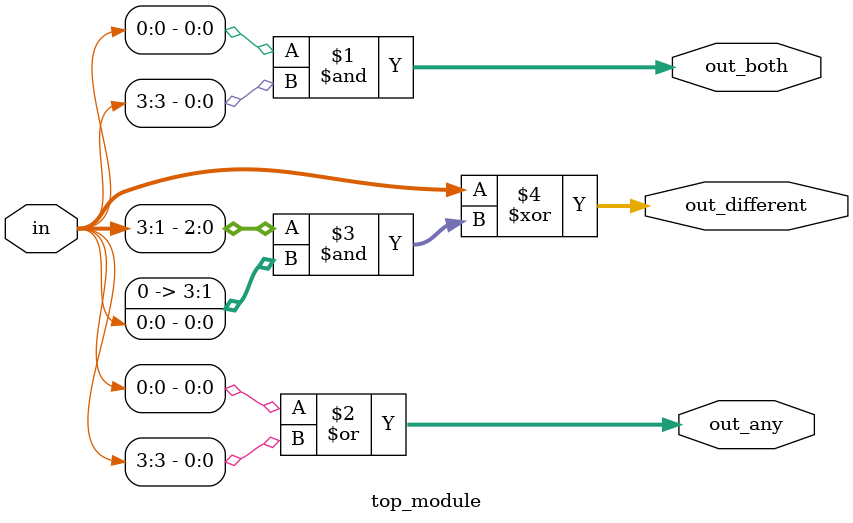
<source format=sv>
module top_module (
    input [3:0] in,
    output [2:0] out_both,
    output [3:1] out_any,
    output [3:0] out_different
);
    
    assign out_both = in[0] & in[3];
    assign out_any = in[0] | in[3];
    assign out_different = in ^ (in[3:1] & {1'b0, in[0]});
    
endmodule

</source>
